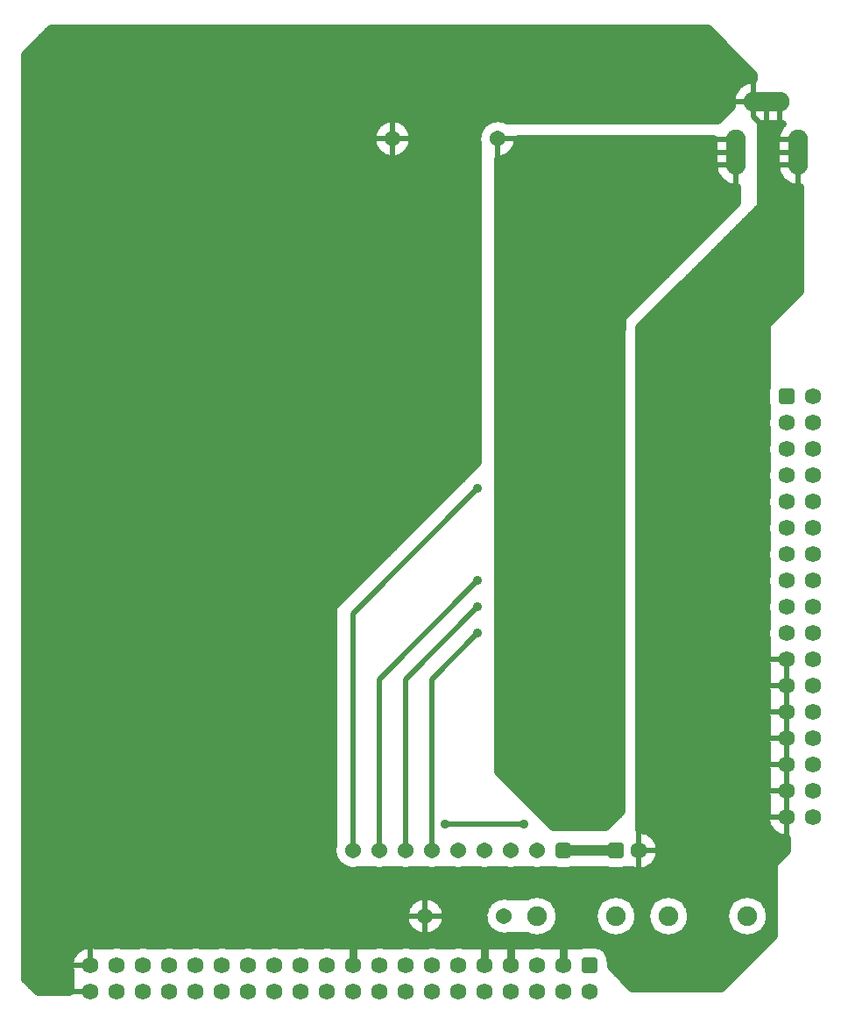
<source format=gtl>
G04*
G04  File:            FDC_SUB1.GTL, Sun May 18 08:49:25 2025*
G04  Source:          P-CAD 2002 PCB (6/400), Version 17.00.50, (N:\DATA1\TNB\FDC\PIC_FDC\SUB1\FDC_SUB1.PCB)*
G04  Format:          Gerber Format (RS-274-D), ASCII*
G04*
G04  Format Options:  Absolute Positioning*
G04                   Leading-Zero Suppression*
G04                   Scale Factor 1:1*
G04                   NO Circular Interpolation*
G04                   Millimeter Units*
G04                   Numeric Format: 5.3 (XXXXX.XXX)*
G04                   G54 Used for Aperture Change*
G04                   Apertures Embedded*
G04*
G04  File Options:    Offset = (0.000mm,0.000mm)*
G04                   Drill Symbol Size = 2.032mm*
G04                   No Pad/Via Holes*
G04*
G04  File Contents:   Pads*
G04                   Vias*
G04                   No Designators*
G04                   No Types*
G04                   No Values*
G04                   No Drill Symbols*
G04                   Top*
G04*
%INFDC_SUB1.GTL*%
%ICAS*%
%MOMM*%
G04*
G04  Aperture MACROs for general use --- invoked via D-code assignment *
G04*
G04  General MACRO for flashed round with rotation and/or offset hole *
%AMROTOFFROUND*
1,1,$1,0.0000,0.0000*
1,0,$2,$3,$4*%
G04*
G04  General MACRO for flashed oval (obround) with rotation and/or offset hole *
%AMROTOFFOVAL*
21,1,$1,$2,0.0000,0.0000,$3*
1,1,$4,$5,$6*
1,1,$4,0-$5,0-$6*
1,0,$7,$8,$9*%
G04*
G04  General MACRO for flashed oval (obround) with rotation and no hole *
%AMROTOVALNOHOLE*
21,1,$1,$2,0.0000,0.0000,$3*
1,1,$4,$5,$6*
1,1,$4,0-$5,0-$6*%
G04*
G04  General MACRO for flashed rectangle with rotation and/or offset hole *
%AMROTOFFRECT*
21,1,$1,$2,0.0000,0.0000,$3*
1,0,$4,$5,$6*%
G04*
G04  General MACRO for flashed rectangle with rotation and no hole *
%AMROTRECTNOHOLE*
21,1,$1,$2,0.0000,0.0000,$3*%
G04*
G04  General MACRO for flashed rounded-rectangle *
%AMROUNDRECT*
21,1,$1,$2-$4,0.0000,0.0000,$3*
21,1,$1-$4,$2,0.0000,0.0000,$3*
1,1,$4,$5,$6*
1,1,$4,$7,$8*
1,1,$4,0-$5,0-$6*
1,1,$4,0-$7,0-$8*
1,0,$9,$10,$11*%
G04*
G04  General MACRO for flashed rounded-rectangle with rotation and no hole *
%AMROUNDRECTNOHOLE*
21,1,$1,$2-$4,0.0000,0.0000,$3*
21,1,$1-$4,$2,0.0000,0.0000,$3*
1,1,$4,$5,$6*
1,1,$4,$7,$8*
1,1,$4,0-$5,0-$6*
1,1,$4,0-$7,0-$8*%
G04*
G04  General MACRO for flashed regular polygon *
%AMREGPOLY*
5,1,$1,0.0000,0.0000,$2,$3+$4*
1,0,$5,$6,$7*%
G04*
G04  General MACRO for flashed regular polygon with no hole *
%AMREGPOLYNOHOLE*
5,1,$1,0.0000,0.0000,$2,$3+$4*%
G04*
G04  General MACRO for target *
%AMTARGET*
6,0,0,$1,$2,$3,4,$4,$5,$6*%
G04*
G04  General MACRO for mounting hole *
%AMMTHOLE*
1,1,$1,0,0*
1,0,$2,0,0*
$1=$1-$2*
$1=$1/2*
21,1,$2+$1,$3,0,0,$4*
21,1,$3,$2+$1,0,0,$4*%
G04*
G04*
G04  D10 : "Ellipse X0.254mm Y0.254mm H0.000mm 0.0deg (0.000mm,0.000mm) Draw"*
G04  Disc: OuterDia=0.2540*
%ADD10C, 0.2540*%
G04  D11 : "Ellipse X0.320mm Y0.320mm H0.000mm 0.0deg (0.000mm,0.000mm) Draw"*
G04  Disc: OuterDia=0.3200*
%ADD11C, 0.3200*%
G04  D12 : "Ellipse X0.400mm Y0.400mm H0.000mm 0.0deg (0.000mm,0.000mm) Draw"*
G04  Disc: OuterDia=0.4000*
%ADD12C, 0.4000*%
G04  D13 : "Ellipse X0.500mm Y0.500mm H0.000mm 0.0deg (0.000mm,0.000mm) Draw"*
G04  Disc: OuterDia=0.5000*
%ADD13C, 0.5000*%
G04  D14 : "Ellipse X0.100mm Y0.100mm H0.000mm 0.0deg (0.000mm,0.000mm) Draw"*
G04  Disc: OuterDia=0.1000*
%ADD14C, 0.1000*%
G04  D15 : "Ellipse X0.800mm Y0.800mm H0.000mm 0.0deg (0.000mm,0.000mm) Draw"*
G04  Disc: OuterDia=0.8000*
%ADD15C, 0.8000*%
G04  D16 : "Ellipse X1.000mm Y1.000mm H0.000mm 0.0deg (0.000mm,0.000mm) Draw"*
G04  Disc: OuterDia=1.0000*
%ADD16C, 1.0000*%
G04  D17 : "Ellipse X1.200mm Y1.200mm H0.000mm 0.0deg (0.000mm,0.000mm) Draw"*
G04  Disc: OuterDia=1.2000*
%ADD17C, 1.2000*%
G04  D18 : "Ellipse X0.200mm Y0.200mm H0.000mm 0.0deg (0.000mm,0.000mm) Draw"*
G04  Disc: OuterDia=0.2000*
%ADD18C, 0.2000*%
G04  D19 : "Ellipse X0.250mm Y0.250mm H0.000mm 0.0deg (0.000mm,0.000mm) Draw"*
G04  Disc: OuterDia=0.2500*
%ADD19C, 0.2500*%
G04  D20 : "Ellipse X3.581mm Y3.581mm H0.000mm 0.0deg (0.000mm,0.000mm) Flash"*
G04  Disc: OuterDia=3.5810*
%ADD20C, 3.5810*%
G04  D21 : "Ellipse X3.981mm Y3.981mm H0.000mm 0.0deg (0.000mm,0.000mm) Flash"*
G04  Disc: OuterDia=3.9810*
%ADD21C, 3.9810*%
G04  D22 : "Ellipse X1.540mm Y1.540mm H0.000mm 0.0deg (0.000mm,0.000mm) Flash"*
G04  Disc: OuterDia=1.5400*
%ADD22C, 1.5400*%
G04  D23 : "Ellipse X1.590mm Y1.590mm H0.000mm 0.0deg (0.000mm,0.000mm) Flash"*
G04  Disc: OuterDia=1.5900*
%ADD23C, 1.5900*%
G04  D24 : "Ellipse X1.900mm Y1.900mm H0.000mm 0.0deg (0.000mm,0.000mm) Flash"*
G04  Disc: OuterDia=1.9000*
%ADD24C, 1.9000*%
G04  D25 : "Ellipse X1.921mm Y1.921mm H0.000mm 0.0deg (0.000mm,0.000mm) Flash"*
G04  Disc: OuterDia=1.9210*
%ADD25C, 1.9210*%
G04  D26 : "Ellipse X1.971mm Y1.971mm H0.000mm 0.0deg (0.000mm,0.000mm) Flash"*
G04  Disc: OuterDia=1.9710*
%ADD26C, 1.9710*%
G04  D27 : "Ellipse X2.281mm Y2.281mm H0.000mm 0.0deg (0.000mm,0.000mm) Flash"*
G04  Disc: OuterDia=2.2810*
%ADD27C, 2.2810*%
G04  D28 : "Mounting Hole X3.200mm Y3.200mm H0.000mm 0.0deg (0.000mm,0.000mm) Flash"*
G04  Mounting Hole: Diameter=3.2000, Rotation=0.0, LineWidth=0.1270 *
%ADD28MTHOLE, 3.2000 X2.6920 X0.1270 X0.0*%
G04  D29 : "Mounting Hole X3.600mm Y3.600mm H0.000mm 0.0deg (0.000mm,0.000mm) Flash"*
G04  Mounting Hole: Diameter=3.6000, Rotation=0.0, LineWidth=0.1270 *
%ADD29MTHOLE, 3.6000 X3.0920 X0.1270 X0.0*%
G04  D30 : "Rounded Rectangle X1.540mm Y1.540mm H0.000mm 0.0deg (0.000mm,0.000mm) Flash"*
G04  RoundRct: DimX=1.5400, DimY=1.5400, CornerRad=0.3850, Rotation=0.0, OffsetX=0.0000, OffsetY=0.0000, HoleDia=0.0000 *
%ADD30ROUNDRECTNOHOLE, 1.5400 X1.5400 X0.0 X0.7700 X-0.3850 X-0.3850 X-0.3850 X0.3850*%
G04  D31 : "Rounded Rectangle X1.590mm Y1.590mm H0.000mm 0.0deg (0.000mm,0.000mm) Flash"*
G04  RoundRct: DimX=1.5900, DimY=1.5900, CornerRad=0.3975, Rotation=0.0, OffsetX=0.0000, OffsetY=0.0000, HoleDia=0.0000 *
%ADD31ROUNDRECTNOHOLE, 1.5900 X1.5900 X0.0 X0.7950 X-0.3975 X-0.3975 X-0.3975 X0.3975*%
G04  D32 : "Rounded Rectangle X1.921mm Y1.921mm H0.000mm 0.0deg (0.000mm,0.000mm) Flash"*
G04  RoundRct: DimX=1.9210, DimY=1.9210, CornerRad=0.4803, Rotation=0.0, OffsetX=0.0000, OffsetY=0.0000, HoleDia=0.0000 *
%ADD32ROUNDRECTNOHOLE, 1.9210 X1.9210 X0.0 X0.9605 X-0.4803 X-0.4803 X-0.4803 X0.4803*%
G04  D33 : "Rounded Rectangle X1.971mm Y1.971mm H0.000mm 0.0deg (0.000mm,0.000mm) Flash"*
G04  RoundRct: DimX=1.9710, DimY=1.9710, CornerRad=0.4928, Rotation=0.0, OffsetX=0.0000, OffsetY=0.0000, HoleDia=0.0000 *
%ADD33ROUNDRECTNOHOLE, 1.9710 X1.9710 X0.0 X0.9855 X-0.4928 X-0.4928 X-0.4928 X0.4928*%
G04  D34 : "Rectangle X1.900mm Y1.900mm H0.000mm 0.0deg (0.000mm,0.000mm) Flash"*
G04  Square: Side=1.9000, Rotation=0.0, OffsetX=0.0000, OffsetY=0.0000, HoleDia=0.0000*
%ADD34R, 1.9000 X1.9000*%
G04  D35 : "Rectangle X2.281mm Y2.281mm H0.000mm 0.0deg (0.000mm,0.000mm) Flash"*
G04  Square: Side=2.2810, Rotation=0.0, OffsetX=0.0000, OffsetY=0.0000, HoleDia=0.0000*
%ADD35R, 2.2810 X2.2810*%
G04  D36 : "Ellipse X0.900mm Y0.900mm H0.000mm 0.0deg (0.000mm,0.000mm) Flash"*
G04  Disc: OuterDia=0.9000*
%ADD36C, 0.9000*%
G04  D37 : "Ellipse X1.281mm Y1.281mm H0.000mm 0.0deg (0.000mm,0.000mm) Flash"*
G04  Disc: OuterDia=1.2810*
%ADD37C, 1.2810*%
G04*
%FSLAX53Y53*%
%SFA1B1*%
%OFA0.000B0.000*%
G04*
G71*
G90*
G01*
D2*
%LNTop*%
G54D11*
X143510Y86042*
X140970D1*
D2*
G54D15*
X151130Y98425*
X149860Y97155D1*
X151130Y98425*
D2*
G54D13*
X167000Y165422*
Y166900D1*
X170180Y100330D2*
Y102870D1*
Y105410*
Y110490D2*
Y107950D1*
Y110490D2*
Y113030D1*
D2*
G54D15*
X128270Y83502*
Y86042D1*
X140970Y83502D2*
Y86042D1*
X143510Y83502D2*
Y86042D1*
X148590Y83502D2*
Y85725D1*
D2*
G54D13*
X170180Y97790*
Y100330D1*
Y107950D2*
Y105410D1*
X128270Y117475D2*
Y94615D1*
X130810Y111125D2*
Y94615D1*
X133350Y111125D2*
Y94615D1*
X135890Y111125D2*
Y94615D1*
D2*
G54D15*
X128270Y86042*
X140970D1*
X152400Y97155D2*
X151130Y98425D1*
X153670D2*
X152400Y97155D1*
D2*
G54D16*
X148590Y94615*
X153670D1*
D2*
G54D13*
X144780Y97155*
X137160D1*
X167000Y165422D2*
X168275Y164147D1*
X140335Y115570D2*
X135890Y111125D1*
X140335Y120650D2*
X130810Y111125D1*
X140335Y118110D2*
X133350Y111125D1*
X128270Y117475D2*
X140335Y129540D1*
D2*
G54D15*
X154252Y144783*
X154252Y144806D1*
X154252Y144828*
X154253Y144848*
X154253Y144868*
X154254Y144888*
X154255Y144910*
X154256Y144930*
X154257Y144950*
X154258Y144970*
Y144970*
X154259Y144992*
X154261Y145040*
X154261Y145063*
X154265Y145140*
X154270Y145220*
X154305Y145369*
Y146050*
X165417Y157162*
Y158631*
X165300Y158607*
X164461Y158774*
X163749Y159249*
X163274Y159961*
X163107Y160800*
X163142Y160971*
X163126Y161050*
Y161106*
X163107Y161200*
X163126Y161293*
Y161506*
X163107Y161600*
X163126Y161693*
Y162306*
X163107Y162400*
X163126Y162493*
Y162706*
X163107Y162800*
X163126Y162893*
Y162950*
X163142Y163028*
X163107Y163200*
X163138Y163353*
X144248*
X144095Y162585*
X143660Y161933*
X143008Y161498*
X142240Y161345*
Y102235*
X147637Y96837*
X152717*
X154252Y98372*
Y144783*
X147637Y96837D2*
X152717D1*
X147037Y97437D2*
X153317D1*
X146437Y98037D2*
X153917D1*
X145837Y98637D2*
X154252D1*
X145237Y99237D2*
X154252D1*
X144637Y99837D2*
X154252D1*
X144037Y100437D2*
X154252D1*
X143437Y101037D2*
X154252D1*
X142837Y101637D2*
X154252D1*
X142240Y102237D2*
X154252D1*
X142240Y102837D2*
X154252D1*
X142240Y103437D2*
X154252D1*
X142240Y104037D2*
X154252D1*
X142240Y104637D2*
X154252D1*
X142240Y105237D2*
X154252D1*
X142240Y105837D2*
X154252D1*
X142240Y106437D2*
X154252D1*
X142240Y107037D2*
X154252D1*
X142240Y107637D2*
X154252D1*
X142240Y108237D2*
X154252D1*
X142240Y108837D2*
X154252D1*
X142240Y109437D2*
X154252D1*
X142240Y110037D2*
X154252D1*
X142240Y110637D2*
X154252D1*
X142240Y111237D2*
X154252D1*
X142240Y111837D2*
X154252D1*
X142240Y112437D2*
X154252D1*
X142240Y113037D2*
X154252D1*
X142240Y113637D2*
X154252D1*
X142240Y114237D2*
X154252D1*
X142240Y114837D2*
X154252D1*
X142240Y115437D2*
X154252D1*
X142240Y116037D2*
X154252D1*
X142240Y116637D2*
X154252D1*
X142240Y117237D2*
X154252D1*
X142240Y117837D2*
X154252D1*
X142240Y118437D2*
X154252D1*
X142240Y119037D2*
X154252D1*
X142240Y119637D2*
X154252D1*
X142240Y120237D2*
X154252D1*
X142240Y120837D2*
X154252D1*
X142240Y121437D2*
X154252D1*
X142240Y122037D2*
X154252D1*
X142240Y122637D2*
X154252D1*
X142240Y123237D2*
X154252D1*
X142240Y123837D2*
X154252D1*
X142240Y124437D2*
X154252D1*
X142240Y125037D2*
X154252D1*
X142240Y125637D2*
X154252D1*
X142240Y126237D2*
X154252D1*
X142240Y126837D2*
X154252D1*
X142240Y127437D2*
X154252D1*
X142240Y128037D2*
X154252D1*
X142240Y128637D2*
X154252D1*
X142240Y129237D2*
X154252D1*
X142240Y129837D2*
X154252D1*
X142240Y130437D2*
X154252D1*
X142240Y131037D2*
X154252D1*
X142240Y131637D2*
X154252D1*
X142240Y132237D2*
X154252D1*
X142240Y132837D2*
X154252D1*
X142240Y133437D2*
X154252D1*
X142240Y134037D2*
X154252D1*
X142240Y134637D2*
X154252D1*
X142240Y135237D2*
X154252D1*
X142240Y135837D2*
X154252D1*
X142240Y136437D2*
X154252D1*
X142240Y137037D2*
X154252D1*
X142240Y137637D2*
X154252D1*
X142240Y138237D2*
X154252D1*
X142240Y138837D2*
X154252D1*
X142240Y139437D2*
X154252D1*
X142240Y140037D2*
X154252D1*
X142240Y140637D2*
X154252D1*
X142240Y141237D2*
X154252D1*
X142240Y141837D2*
X154252D1*
X142240Y142437D2*
X154252D1*
X142240Y143037D2*
X154252D1*
X142240Y143637D2*
X154252D1*
X142240Y144237D2*
X154252D1*
X142240Y144837D2*
X154253D1*
X142240Y145437D2*
X154305D1*
X142240Y146037D2*
X154305D1*
X142240Y146637D2*
X154892D1*
X142240Y147237D2*
X155492D1*
X142240Y147837D2*
X156092D1*
X142240Y148437D2*
X156692D1*
X142240Y149037D2*
X157292D1*
X142240Y149637D2*
X157892D1*
X142240Y150237D2*
X158492D1*
X142240Y150837D2*
X159092D1*
X142240Y151437D2*
X159692D1*
X142240Y152037D2*
X160292D1*
X142240Y152637D2*
X160892D1*
X142240Y153237D2*
X161492D1*
X142240Y153837D2*
X162092D1*
X142240Y154437D2*
X162692D1*
X142240Y155037D2*
X163292D1*
X142240Y155637D2*
X163892D1*
X142240Y156237D2*
X164492D1*
X142240Y156837D2*
X165092D1*
X142240Y157437D2*
X165417D1*
X142240Y158037D2*
X165417D1*
X142240Y158637D2*
X165151D1*
X142240Y159237D2*
X163768D1*
X142240Y159837D2*
X163357D1*
X142240Y160437D2*
X163179D1*
X142240Y161037D2*
X163128D1*
X143217Y161637D2*
X163115D1*
X143863Y162237D2*
X163126D1*
X144145Y162837D2*
X163115D1*
D2*
G54D13*
X142240Y162928*
Y161345D1*
X142665Y163353D2*
X144248D1*
X164775Y163200D2*
X163107D1*
X164775Y160800D2*
X163107D1*
X165300Y160275D2*
Y158607D1*
X164775Y162000D2*
X163126D1*
D2*
G54D15*
X167005Y169091*
Y169545D1*
X162560Y173990*
X99060*
X96520Y171450*
Y92710*
X127635*
X127606Y92738*
X127501Y92759*
X126849Y93194*
X126414Y93846*
X126393Y93951*
X126365Y93980*
Y94094*
X126261Y94615*
X126365Y95135*
Y118110*
X140335Y132080*
Y162832*
X140231Y163353*
X140384Y164122*
X140819Y164774*
X141471Y165209*
X142240Y165362*
X143008Y165209*
X143172Y165100*
X163512*
X164891Y166479*
X164807Y166900*
X164974Y167738*
X165449Y168450*
X166161Y168925*
X167000Y169092*
X167005Y169091*
X130224Y164122D2*
X130659Y164774D1*
X131311Y165209*
X132080Y165362*
X132848Y165209*
X133500Y164774*
X133935Y164122*
X134088Y163353*
X133935Y162585*
X133500Y161933*
X132848Y161498*
X132080Y161345*
X131311Y161498*
X130659Y161933*
X130224Y162585*
X130071Y163353*
X130224Y164122*
X96520Y92710D2*
X127635D1*
X96520Y93310D2*
X126772D1*
X96520Y93910D2*
X126401D1*
X96520Y94510D2*
X126282D1*
X96520Y95110D2*
X126359D1*
X96520Y95710D2*
X126365D1*
X96520Y96310D2*
X126365D1*
X96520Y96910D2*
X126365D1*
X96520Y97510D2*
X126365D1*
X96520Y98110D2*
X126365D1*
X96520Y98710D2*
X126365D1*
X96520Y99310D2*
X126365D1*
X96520Y99910D2*
X126365D1*
X96520Y100510D2*
X126365D1*
X96520Y101110D2*
X126365D1*
X96520Y101710D2*
X126365D1*
X96520Y102310D2*
X126365D1*
X96520Y102910D2*
X126365D1*
X96520Y103510D2*
X126365D1*
X96520Y104110D2*
X126365D1*
X96520Y104710D2*
X126365D1*
X96520Y105310D2*
X126365D1*
X96520Y105910D2*
X126365D1*
X96520Y106510D2*
X126365D1*
X96520Y107110D2*
X126365D1*
X96520Y107710D2*
X126365D1*
X96520Y108310D2*
X126365D1*
X96520Y108910D2*
X126365D1*
X96520Y109510D2*
X126365D1*
X96520Y110110D2*
X126365D1*
X96520Y110710D2*
X126365D1*
X96520Y111310D2*
X126365D1*
X96520Y111910D2*
X126365D1*
X96520Y112510D2*
X126365D1*
X96520Y113110D2*
X126365D1*
X96520Y113710D2*
X126365D1*
X96520Y114310D2*
X126365D1*
X96520Y114910D2*
X126365D1*
X96520Y115510D2*
X126365D1*
X96520Y116110D2*
X126365D1*
X96520Y116710D2*
X126365D1*
X96520Y117310D2*
X126365D1*
X96520Y117910D2*
X126365D1*
X96520Y118510D2*
X126765D1*
X96520Y119110D2*
X127365D1*
X96520Y119710D2*
X127965D1*
X96520Y120310D2*
X128565D1*
X96520Y120910D2*
X129165D1*
X96520Y121510D2*
X129765D1*
X96520Y122110D2*
X130365D1*
X96520Y122710D2*
X130965D1*
X96520Y123310D2*
X131565D1*
X96520Y123910D2*
X132165D1*
X96520Y124510D2*
X132765D1*
X96520Y125110D2*
X133365D1*
X96520Y125710D2*
X133965D1*
X96520Y126310D2*
X134565D1*
X96520Y126910D2*
X135165D1*
X96520Y127510D2*
X135765D1*
X96520Y128110D2*
X136365D1*
X96520Y128710D2*
X136965D1*
X96520Y129310D2*
X137565D1*
X96520Y129910D2*
X138165D1*
X96520Y130510D2*
X138765D1*
X96520Y131110D2*
X139365D1*
X96520Y131710D2*
X139965D1*
X96520Y132310D2*
X140335D1*
X96520Y132910D2*
X140335D1*
X96520Y133510D2*
X140335D1*
X96520Y134110D2*
X140335D1*
X96520Y134710D2*
X140335D1*
X96520Y135310D2*
X140335D1*
X96520Y135910D2*
X140335D1*
X96520Y136510D2*
X140335D1*
X96520Y137110D2*
X140335D1*
X96520Y137710D2*
X140335D1*
X96520Y138310D2*
X140335D1*
X96520Y138910D2*
X140335D1*
X96520Y139510D2*
X140335D1*
X96520Y140110D2*
X140335D1*
X96520Y140710D2*
X140335D1*
X96520Y141310D2*
X140335D1*
X96520Y141910D2*
X140335D1*
X96520Y142510D2*
X140335D1*
X96520Y143110D2*
X140335D1*
X96520Y143710D2*
X140335D1*
X96520Y144310D2*
X140335D1*
X96520Y144910D2*
X140335D1*
X96520Y145510D2*
X140335D1*
X96520Y146110D2*
X140335D1*
X96520Y146710D2*
X140335D1*
X96520Y147310D2*
X140335D1*
X96520Y147910D2*
X140335D1*
X96520Y148510D2*
X140335D1*
X96520Y149110D2*
X140335D1*
X96520Y149710D2*
X140335D1*
X96520Y150310D2*
X140335D1*
X96520Y150910D2*
X140335D1*
X96520Y151510D2*
X140335D1*
X96520Y152110D2*
X140335D1*
X96520Y152710D2*
X140335D1*
X96520Y153310D2*
X140335D1*
X96520Y153910D2*
X140335D1*
X96520Y154510D2*
X140335D1*
X96520Y155110D2*
X140335D1*
X96520Y155710D2*
X140335D1*
X96520Y156310D2*
X140335D1*
X96520Y156910D2*
X140335D1*
X96520Y157510D2*
X140335D1*
X96520Y158110D2*
X140335D1*
X96520Y158710D2*
X140335D1*
X96520Y159310D2*
X140335D1*
X96520Y159910D2*
X140335D1*
X96520Y160510D2*
X140335D1*
X96520Y161110D2*
X140335D1*
X96520Y161710D2*
X130994D1*
X133165D2*
X140335D1*
X96520Y162310D2*
X130408D1*
X133751D2*
X140335D1*
X96520Y162910D2*
X130159D1*
X134000D2*
X140319D1*
X96520Y163510D2*
X130102D1*
X134057D2*
X140262D1*
X96520Y164110D2*
X130221D1*
X133938D2*
X140381D1*
X96520Y164710D2*
X130616D1*
X133543D2*
X140776D1*
X96520Y165310D2*
X131816D1*
X132343D2*
X141976D1*
X142503D2*
X163722D1*
X96520Y165910D2*
X164322D1*
X96520Y166510D2*
X164885D1*
X96520Y167110D2*
X164849D1*
X96520Y167710D2*
X164969D1*
X96520Y168310D2*
X165356D1*
X96520Y168910D2*
X166138D1*
X96520Y169510D2*
X167005D1*
X96520Y170110D2*
X166440D1*
X96520Y170710D2*
X165840D1*
X96520Y171310D2*
X165240D1*
X96980Y171910D2*
X164640D1*
X97580Y172510D2*
X164040D1*
X98180Y173110D2*
X163440D1*
X98780Y173710D2*
X162840D1*
D2*
G54D13*
X131655Y163353*
X130071D1*
X132080Y162928D2*
Y161345D1*
X132505Y163353D2*
X134088D1*
X132080Y163778D2*
Y165362D1*
X167000Y167425D2*
Y169092D1*
X166475Y166900D2*
X164807D1*
D2*
G54D15*
X155902Y144997*
X155900Y144989D1*
X155900Y144980*
X155898Y144932*
X155897Y144910*
X155896Y144887*
X155898Y144969*
X155895Y144878*
X155894Y144861*
X155894Y144854*
X155893Y144841*
X155893Y144831*
X155893Y144820*
X155892Y144812*
X155892Y144800*
X155892Y144789*
X155892Y144777*
Y96649*
X156670Y96494*
X157330Y96053*
X157771Y95393*
X157926Y94615*
X157771Y93836*
X157330Y93176*
X156670Y92735*
X155892Y92580*
X155243Y92710*
X154677*
X154067Y92588*
X153272*
X152662Y92710*
X149457*
X148975Y92613*
X148205*
X147722Y92710*
X146570*
X146050Y92606*
X145529Y92710*
X144030*
X143510Y92606*
X142989Y92710*
X141490*
X140970Y92606*
X140449Y92710*
X138950*
X138430Y92606*
X137909Y92710*
X136410*
X135890Y92606*
X135369Y92710*
X133870*
X133350Y92606*
X132829Y92710*
X131330*
X130810Y92606*
X130289Y92710*
X128790*
X128270Y92606*
X127749Y92710*
X96520*
Y82232*
X97790Y80962*
X100835*
X100965Y81611*
Y82853*
X100835Y83502*
X100990Y84280*
X101431Y84940*
X102091Y85381*
X102870Y85536*
X103518Y85407*
X104761*
X105410Y85536*
X106058Y85407*
X107301*
X107950Y85536*
X108598Y85407*
X109841*
X110490Y85536*
X111138Y85407*
X112381*
X113030Y85536*
X113678Y85407*
X114921*
X115570Y85536*
X116218Y85407*
X117461*
X118110Y85536*
X118758Y85407*
X120001*
X120650Y85536*
X121298Y85407*
X122541*
X123190Y85536*
X123838Y85407*
X125081*
X125730Y85536*
X126378Y85407*
X127621*
X128270Y85536*
X128918Y85407*
X130161*
X130810Y85536*
X131458Y85407*
X132701*
X133350Y85536*
X133998Y85407*
X135241*
X135890Y85536*
X136538Y85407*
X137781*
X138430Y85536*
X139078Y85407*
X140321*
X140970Y85536*
X141618Y85407*
X142861*
X143510Y85536*
X144158Y85407*
X145401*
X146050Y85536*
X146698Y85407*
X147941*
X148590Y85536*
X149238Y85407*
X150122*
X150732Y85528*
X151527*
X152150Y85404*
X152679Y85051*
X153032Y84523*
X153156Y83900*
Y83381*
X155257Y81280*
X163830*
X168910Y86360*
Y93345*
X170180Y94615*
Y95755*
X169401Y95910*
X168741Y96351*
X168300Y97011*
X168145Y97790*
X168275Y98438*
Y99681*
X168145Y100330*
X168275Y100978*
Y102221*
X168145Y102870*
X168275Y103518*
Y104761*
X168145Y105410*
X168275Y106058*
Y107301*
X168145Y107950*
X168275Y108598*
Y109841*
X168145Y110490*
X168275Y111138*
Y112381*
X168145Y113030*
X168275Y113678*
Y114921*
X168145Y115570*
X168275Y116218*
Y117461*
X168145Y118110*
X168275Y118758*
Y120001*
X168145Y120650*
X168275Y121298*
Y122541*
X168145Y123190*
X168275Y123838*
Y125081*
X168145Y125730*
X168275Y126378*
Y127621*
X168145Y128270*
X168275Y128918*
Y130161*
X168145Y130810*
X168275Y131458*
Y132701*
X168145Y133350*
X168275Y133998*
Y135241*
X168145Y135890*
X168275Y136538*
Y137422*
X168153Y138032*
Y138827*
X168275Y139437*
Y145415*
X171450Y148590*
Y158637*
X171300Y158607*
X170461Y158774*
X169749Y159249*
X169274Y159961*
X169107Y160800*
X169142Y160971*
X169126Y161050*
Y161106*
X169107Y161200*
X169126Y161293*
Y161506*
X169107Y161600*
X169126Y161693*
Y162306*
X169107Y162400*
X169126Y162493*
Y162706*
X169107Y162800*
X169126Y162893*
Y162950*
X169142Y163028*
X169107Y163200*
X169274Y164038*
X169749Y164750*
X169766Y164760*
X169500Y164707*
X169406Y164726*
X169143*
X169050Y164707*
X168956Y164726*
X168343*
X168250Y164707*
X168156Y164726*
X167640*
Y156845*
X155916Y145121*
X155902Y144997*
X164344Y89103D2*
X164819Y89815D1*
X165531Y90290*
X166370Y90457*
X167208Y90290*
X167920Y89815*
X168395Y89103*
X168562Y88265*
X168395Y87426*
X167920Y86714*
X167208Y86239*
X166370Y86072*
X165531Y86239*
X164819Y86714*
X164344Y87426*
X164177Y88265*
X164344Y89103*
X155695Y87426D2*
X155220Y86714D1*
X154508Y86239*
X153670Y86072*
X152831Y86239*
X152119Y86714*
X151644Y87426*
X151477Y88265*
X151644Y89103*
X152119Y89815*
X152831Y90290*
X153670Y90457*
X154508Y90290*
X155220Y89815*
X155695Y89103*
X155862Y88265*
X155695Y87426*
X156724Y89103D2*
X157199Y89815D1*
X157911Y90290*
X158750Y90457*
X159588Y90290*
X160300Y89815*
X160775Y89103*
X160942Y88265*
X160775Y87426*
X160300Y86714*
X159588Y86239*
X158750Y86072*
X157911Y86239*
X157199Y86714*
X156724Y87426*
X156557Y88265*
X156724Y89103*
X133399Y89033D2*
X133834Y89685D1*
X134486Y90120*
X135255Y90273*
X136023Y90120*
X136675Y89685*
X137110Y89033*
X137263Y88265*
X137110Y87496*
X136675Y86844*
X136023Y86409*
X135255Y86256*
X134486Y86409*
X133834Y86844*
X133399Y87496*
X133246Y88265*
X133399Y89033*
X148075Y87426D2*
X147600Y86714D1*
X146888Y86239*
X146050Y86072*
X145211Y86239*
X145031Y86360*
X143395*
X142875Y86256*
X142106Y86409*
X141454Y86844*
X141019Y87496*
X140866Y88265*
X141019Y89033*
X141454Y89685*
X142106Y90120*
X142875Y90273*
X143395Y90170*
X145031*
X145211Y90290*
X146050Y90457*
X146888Y90290*
X147600Y89815*
X148075Y89103*
X148242Y88265*
X148075Y87426*
X97790Y80962D2*
X100835D1*
X97190Y81562D2*
X100955D1*
X154975D2*
X164112D1*
X96590Y82162D2*
X100965D1*
X154375D2*
X164712D1*
X96520Y82762D2*
X100965D1*
X153775D2*
X165312D1*
X96520Y83362D2*
X100863D1*
X153175D2*
X165912D1*
X96520Y83962D2*
X100927D1*
X153143D2*
X166512D1*
X96520Y84562D2*
X101178D1*
X153006D2*
X167112D1*
X96520Y85162D2*
X101763D1*
X152513D2*
X167712D1*
X96520Y85762D2*
X168312D1*
X96520Y86362D2*
X134721D1*
X135788D2*
X142341D1*
X147072D2*
X152647D1*
X154692D2*
X157727D1*
X159772D2*
X165347D1*
X167392D2*
X168910D1*
X96520Y86962D2*
X133756D1*
X136753D2*
X141376D1*
X147765D2*
X151954D1*
X155385D2*
X157034D1*
X160465D2*
X164654D1*
X168085D2*
X168910D1*
X96520Y87562D2*
X133386D1*
X137123D2*
X141006D1*
X148102D2*
X151617D1*
X155722D2*
X156697D1*
X160802D2*
X164317D1*
X168422D2*
X168910D1*
X96520Y88162D2*
X133266D1*
X137243D2*
X140886D1*
X148221D2*
X151498D1*
X155841D2*
X156578D1*
X160921D2*
X164198D1*
X168541D2*
X168910D1*
X96520Y88762D2*
X133345D1*
X137164D2*
X140965D1*
X148143D2*
X151576D1*
X155763D2*
X156656D1*
X160843D2*
X164276D1*
X168463D2*
X168910D1*
X96520Y89362D2*
X133619D1*
X136890D2*
X141239D1*
X147902D2*
X151817D1*
X155522D2*
X156897D1*
X160602D2*
X164517D1*
X168222D2*
X168910D1*
X96520Y89962D2*
X134249D1*
X136260D2*
X141869D1*
X147379D2*
X152340D1*
X154999D2*
X157420D1*
X160079D2*
X165040D1*
X167699D2*
X168910D1*
X96520Y90562D2*
X168910D1*
X96520Y91162D2*
X168910D1*
X96520Y91762D2*
X168910D1*
X96520Y92362D2*
X168910D1*
X157010Y92962D2*
X168910D1*
X157588Y93562D2*
X169127D1*
X157836Y94162D2*
X169727D1*
X157897Y94762D2*
X170180D1*
X157777Y95362D2*
X170180D1*
X157391Y95962D2*
X169324D1*
X156327Y96562D2*
X168600D1*
X155892Y97162D2*
X168270D1*
X155892Y97762D2*
X168151D1*
X155892Y98362D2*
X168259D1*
X155892Y98962D2*
X168275D1*
X155892Y99562D2*
X168275D1*
X155892Y100162D2*
X168179D1*
X155892Y100762D2*
X168231D1*
X155892Y101362D2*
X168275D1*
X155892Y101962D2*
X168275D1*
X155892Y102562D2*
X168207D1*
X155892Y103162D2*
X168204D1*
X155892Y103762D2*
X168275D1*
X155892Y104362D2*
X168275D1*
X155892Y104962D2*
X168234D1*
X155892Y105562D2*
X168176D1*
X155892Y106162D2*
X168275D1*
X155892Y106762D2*
X168275D1*
X155892Y107362D2*
X168262D1*
X155892Y107962D2*
X168148D1*
X155892Y108562D2*
X168267D1*
X155892Y109162D2*
X168275D1*
X155892Y109762D2*
X168275D1*
X155892Y110362D2*
X168171D1*
X155892Y110962D2*
X168239D1*
X155892Y111562D2*
X168275D1*
X155892Y112162D2*
X168275D1*
X155892Y112762D2*
X168199D1*
X155892Y113362D2*
X168212D1*
X155892Y113962D2*
X168275D1*
X155892Y114562D2*
X168275D1*
X155892Y115162D2*
X168226D1*
X155892Y115762D2*
X168184D1*
X155892Y116362D2*
X168275D1*
X155892Y116962D2*
X168275D1*
X155892Y117562D2*
X168254D1*
X155892Y118162D2*
X168156D1*
X155892Y118762D2*
X168275D1*
X155892Y119362D2*
X168275D1*
X155892Y119962D2*
X168275D1*
X155892Y120562D2*
X168163D1*
X155892Y121162D2*
X168247D1*
X155892Y121762D2*
X168275D1*
X155892Y122362D2*
X168275D1*
X155892Y122962D2*
X168191D1*
X155892Y123562D2*
X168220D1*
X155892Y124162D2*
X168275D1*
X155892Y124762D2*
X168275D1*
X155892Y125362D2*
X168219D1*
X155892Y125962D2*
X168192D1*
X155892Y126562D2*
X168275D1*
X155892Y127162D2*
X168275D1*
X155892Y127762D2*
X168246D1*
X155892Y128362D2*
X168164D1*
X155892Y128962D2*
X168275D1*
X155892Y129562D2*
X168275D1*
X155892Y130162D2*
X168274D1*
X155892Y130762D2*
X168155D1*
X155892Y131362D2*
X168255D1*
X155892Y131962D2*
X168275D1*
X155892Y132562D2*
X168275D1*
X155892Y133162D2*
X168183D1*
X155892Y133762D2*
X168227D1*
X155892Y134362D2*
X168275D1*
X155892Y134962D2*
X168275D1*
X155892Y135562D2*
X168211D1*
X155892Y136162D2*
X168200D1*
X155892Y136762D2*
X168275D1*
X155892Y137362D2*
X168275D1*
X155892Y137962D2*
X168167D1*
X155892Y138562D2*
X168153D1*
X155892Y139162D2*
X168220D1*
X155892Y139762D2*
X168275D1*
X155892Y140362D2*
X168275D1*
X155892Y140962D2*
X168275D1*
X155892Y141562D2*
X168275D1*
X155892Y142162D2*
X168275D1*
X155892Y142762D2*
X168275D1*
X155892Y143362D2*
X168275D1*
X155892Y143962D2*
X168275D1*
X155892Y144562D2*
X168275D1*
X155957Y145162D2*
X168275D1*
X156557Y145762D2*
X168622D1*
X157157Y146362D2*
X169222D1*
X157757Y146962D2*
X169822D1*
X158357Y147562D2*
X170422D1*
X158957Y148162D2*
X171022D1*
X159557Y148762D2*
X171450D1*
X160157Y149362D2*
X171450D1*
X160757Y149962D2*
X171450D1*
X161357Y150562D2*
X171450D1*
X161957Y151162D2*
X171450D1*
X162557Y151762D2*
X171450D1*
X163157Y152362D2*
X171450D1*
X163757Y152962D2*
X171450D1*
X164357Y153562D2*
X171450D1*
X164957Y154162D2*
X171450D1*
X165557Y154762D2*
X171450D1*
X166157Y155362D2*
X171450D1*
X166757Y155962D2*
X171450D1*
X167357Y156562D2*
X171450D1*
X167640Y157162D2*
X171450D1*
X167640Y157762D2*
X171450D1*
X167640Y158362D2*
X171450D1*
X167640Y158962D2*
X170180D1*
X167640Y159562D2*
X169541D1*
X167640Y160162D2*
X169234D1*
X167640Y160762D2*
X169115D1*
X167640Y161362D2*
X169126D1*
X167640Y161962D2*
X169126D1*
X167640Y162562D2*
X169126D1*
X167640Y163162D2*
X169115D1*
X167640Y163762D2*
X169219D1*
X167640Y164362D2*
X169490D1*
D2*
G54D13*
X134830Y88265*
X133246D1*
X135255Y87840D2*
Y86256D1*
X135680Y88265D2*
X137263D1*
X135255Y88690D2*
Y90273D1*
X170775Y160800D2*
X169107D1*
X171300Y160275D2*
Y158607D1*
X170775Y163200D2*
X169107D1*
X170775Y162000D2*
X169126D1*
X169500Y166375D2*
Y164707D1*
X168250Y166375D2*
Y164707D1*
X169705Y113030D2*
X168145D1*
X169705Y107950D2*
X168145D1*
X169705Y105410D2*
X168145D1*
X169705Y100330D2*
X168145D1*
X169705Y97790D2*
X168145D1*
X170180Y97315D2*
Y95755D1*
X169705Y110490D2*
X168145D1*
X169705Y102870D2*
X168145D1*
X156367Y94615D2*
X157926D1*
X155892Y95090D2*
Y96649D1*
Y94140D2*
Y92580D1*
X143510Y83977D2*
Y85536D1*
X128270Y83977D2*
Y85536D1*
X148590Y83977D2*
Y85536D1*
X140970Y83977D2*
Y85536D1*
X102395Y80962D2*
X100835D1*
X102870Y83977D2*
Y85536D1*
X102395Y83502D2*
X100835D1*
D2*
G54D15*
G54D36*
X140335Y115570D3*
Y118110D3*
Y120650D3*
X149860Y97155D3*
G54D28*
G54D36*
X140335Y129540D3*
X151130Y98425D3*
X153670D3*
G54D28*
G54D22*
X142875Y88265D3*
X135255D3*
G54D30*
X148590Y94615D3*
G54D22*
X140970D3*
X143510D3*
X133350D3*
X135890D3*
X128270D3*
X146050D3*
X138430D3*
X130810D3*
G54D36*
X152400Y97155D3*
X144780D3*
X137160D3*
G54D22*
X142240Y163353D3*
X132080D3*
G54D29*
G54D24*
X146050Y88265D3*
X153670D3*
X166370D3*
X158750D3*
X165300Y163200D3*
Y162800D3*
Y160800D3*
Y161200D3*
Y161600D3*
Y162400D3*
G54D34*
Y162000D3*
G54D24*
X171300Y160800D3*
Y161200D3*
Y162800D3*
Y163200D3*
Y161600D3*
Y162400D3*
G54D34*
Y162000D3*
G54D24*
X167450Y166900D3*
X169050D3*
G54D34*
X168550D3*
X167950D3*
G54D24*
X167000D3*
X169500D3*
X168250D3*
G54D29*
G54D23*
X172720Y135890D3*
Y138430D3*
Y128270D3*
Y130810D3*
Y120650D3*
Y123190D3*
Y113030D3*
Y115570D3*
Y107950D3*
Y105410D3*
Y100330D3*
Y97790D3*
X170180Y135890D3*
G54D31*
Y138430D3*
G54D23*
Y128270D3*
Y130810D3*
Y120650D3*
Y123190D3*
Y113030D3*
Y115570D3*
Y107950D3*
Y105410D3*
Y100330D3*
Y97790D3*
X172720Y133350D3*
Y125730D3*
Y118110D3*
Y110490D3*
Y102870D3*
X170180Y133350D3*
Y125730D3*
G54D28*
G54D23*
Y118110D3*
Y110490D3*
Y102870D3*
G54D28*
G54D31*
X153670Y94615D3*
G54D23*
X155892D3*
G54D31*
X151130Y83502D3*
G54D23*
Y80962D3*
X146050D3*
X143510D3*
X146050Y83502D3*
X143510D3*
X138430Y80962D3*
X135890D3*
X138430Y83502D3*
X135890D3*
X130810Y80962D3*
X128270D3*
X130810Y83502D3*
X128270D3*
X123190Y80962D3*
X120650D3*
X123190Y83502D3*
X120650D3*
X115570Y80962D3*
X113030D3*
X115570Y83502D3*
X113030D3*
X107950Y80962D3*
X105410D3*
X107950Y83502D3*
X105410D3*
X148590Y80962D3*
Y83502D3*
X140970Y80962D3*
X133350D3*
X125730D3*
X118110D3*
X140970Y83502D3*
X133350D3*
X125730D3*
X118110D3*
X110490Y80962D3*
X102870D3*
X110490Y83502D3*
X102870D3*
D02M02*

</source>
